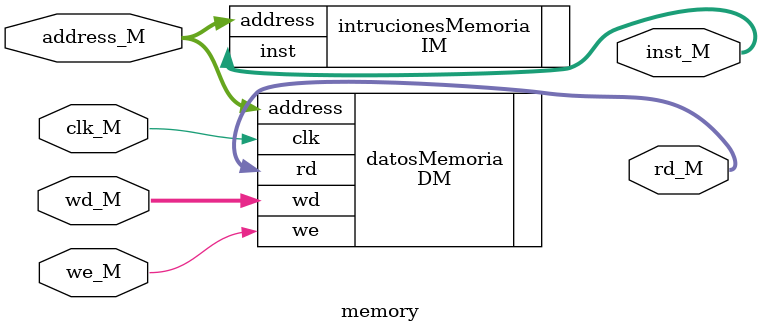
<source format=v>
`include "../Componentes/memoria_de_datos.v"
`include "../Componentes/memoria_de_instruccioens.v"

module memory(
    input clk_M,
    input [31:0] address_M,
    input [31:0] wd_M,
    input we_M,
    output [31:0] inst_M,
    output [31:0] rd_M
);

// Instancia de Memoria de Instrucciones
IM intrucionesMemoria(
    .address(address_M),
    .inst(inst_M)
);

// Instancia de Memoria de Datos
DM datosMemoria(
    .clk(clk_M), 
    .address(address_M), 
    .wd(wd_M), 
    .we(we_M), 
    .rd(rd_M)
);

endmodule
</source>
